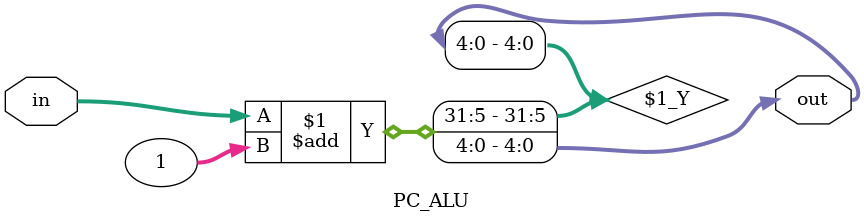
<source format=v>
`timescale 1ns / 1ps
module PC_ALU(in,out);
	input [4:0] in;
	output [4:0] out;
	assign out=in+1;
endmodule

</source>
